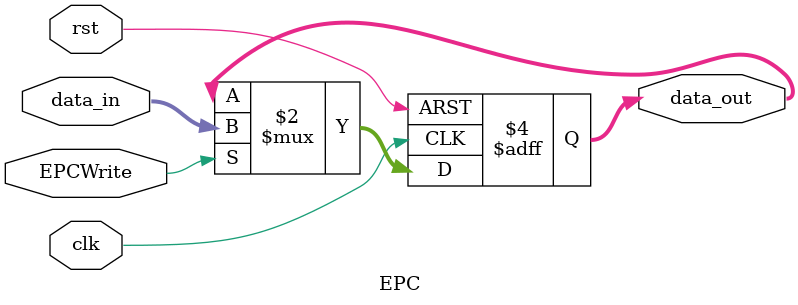
<source format=v>
module EPC(data_in, data_out, rst, clk, EPCWrite);
  
  input [31:0] data_in;
  input rst;
  input clk;
  input EPCWrite;
  output reg [31:0] data_out;
  
  always @ (posedge clk or posedge rst)
  begin
    if (rst)
      data_out <= 32'h0000_0000;
    else
      begin
        if (EPCWrite)
          data_out <= data_in;
      end
  end 
  
endmodule
</source>
